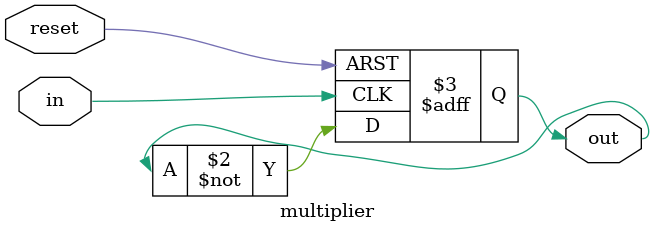
<source format=v>
module multiplier (in, out, reset);

   input in, reset;
   output reg out;

   always @(posedge in or posedge reset)
   begin
      if (reset) // reset the clock
         out <= 0;
      else
         out <= ~out;
   end

endmodule 
</source>
